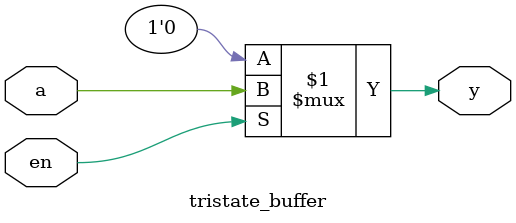
<source format=v>
module tristate_buffer(
  input a,
  input en,
  output y
);

  assign y = (en ? a : 1'b0);

endmodule
</source>
